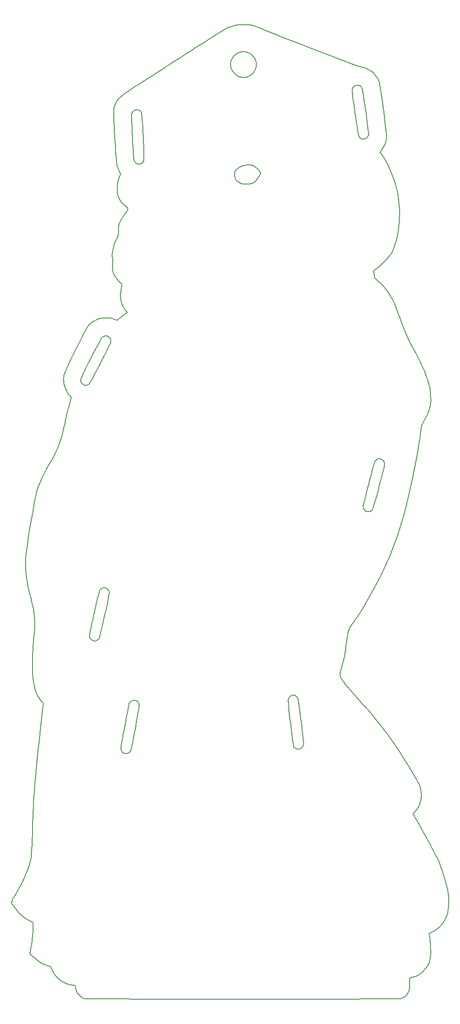
<source format=gm1>
G04 #@! TF.GenerationSoftware,KiCad,Pcbnew,(5.1.5)-3*
G04 #@! TF.CreationDate,2020-02-09T18:17:14-06:00*
G04 #@! TF.ProjectId,tymkrs_Cyphercon_2020_parrot,74796d6b-7273-45f4-9379-70686572636f,V0*
G04 #@! TF.SameCoordinates,Original*
G04 #@! TF.FileFunction,Profile,NP*
%FSLAX46Y46*%
G04 Gerber Fmt 4.6, Leading zero omitted, Abs format (unit mm)*
G04 Created by KiCad (PCBNEW (5.1.5)-3) date 2020-02-09 18:17:14*
%MOMM*%
%LPD*%
G04 APERTURE LIST*
%ADD10C,0.180000*%
G04 APERTURE END LIST*
D10*
X127500000Y-6928446D02*
X127500000Y-6928446D01*
X126936498Y-6915769D02*
X127500000Y-6928446D01*
X125941716Y-6978005D02*
X126936498Y-6915769D01*
X125020907Y-7163212D02*
X125941716Y-6978005D01*
X124111653Y-7481578D02*
X125020907Y-7163212D01*
X124100872Y-7486217D02*
X124111653Y-7481578D01*
X123871020Y-7604412D02*
X124100872Y-7486217D01*
X123494559Y-7819128D02*
X123871020Y-7604412D01*
X122990904Y-8118457D02*
X123494559Y-7819128D01*
X122379467Y-8490489D02*
X122990904Y-8118457D01*
X121679662Y-8923315D02*
X122379467Y-8490489D01*
X120910903Y-9405027D02*
X121679662Y-8923315D01*
X120092603Y-9923715D02*
X120910903Y-9405027D01*
X119244175Y-10467471D02*
X120092603Y-9923715D01*
X118666515Y-10839757D02*
X119244175Y-10467471D01*
X117693130Y-11467089D02*
X118666515Y-10839757D01*
X116694460Y-12110731D02*
X117693130Y-11467089D01*
X115702738Y-12749908D02*
X116694460Y-12110731D01*
X114750198Y-13363845D02*
X115702738Y-12749908D01*
X113869073Y-13931768D02*
X114750198Y-13363845D01*
X113091596Y-14432900D02*
X113869073Y-13931768D01*
X112502696Y-14812500D02*
X113091596Y-14432900D01*
X124632812Y-14181340D02*
X124591749Y-14812500D01*
X124850618Y-13539783D02*
X124632812Y-14181340D01*
X125187174Y-13028979D02*
X124850618Y-13539783D01*
X125675397Y-12596673D02*
X125187174Y-13028979D01*
X126253879Y-12310010D02*
X125675397Y-12596673D01*
X126887526Y-12180587D02*
X126253879Y-12310010D01*
X127541244Y-12219996D02*
X126887526Y-12180587D01*
X128179938Y-12439834D02*
X127541244Y-12219996D01*
X128649624Y-12740582D02*
X128179938Y-12439834D01*
X129106245Y-13212472D02*
X128649624Y-12740582D01*
X129414158Y-13760772D02*
X129106245Y-13212472D01*
X129573565Y-14355242D02*
X129414158Y-13760772D01*
X129584664Y-14965640D02*
X129573565Y-14355242D01*
X129447658Y-15561723D02*
X129584664Y-14965640D01*
X129162744Y-16113251D02*
X129447658Y-15561723D01*
X128730125Y-16589980D02*
X129162744Y-16113251D01*
X128150000Y-16961670D02*
X128730125Y-16589980D01*
X127539362Y-17162101D02*
X128150000Y-16961670D01*
X126914474Y-17196185D02*
X127539362Y-17162101D01*
X126323516Y-17071757D02*
X126914474Y-17196185D01*
X125786891Y-16809975D02*
X126323516Y-17071757D01*
X125325000Y-16431999D02*
X125786891Y-16809975D01*
X124958245Y-15958988D02*
X125325000Y-16431999D01*
X124707027Y-15412102D02*
X124958245Y-15958988D01*
X124591749Y-14812500D02*
X124707027Y-15412102D01*
X112450000Y-14846468D02*
X112502696Y-14812500D01*
X112157942Y-15034648D02*
X112450000Y-14846468D01*
X111355990Y-15550745D02*
X112157942Y-15034648D01*
X110450194Y-16132963D02*
X111355990Y-15550745D01*
X109486255Y-16751961D02*
X110450194Y-16132963D01*
X108509875Y-17378398D02*
X109486255Y-16751961D01*
X107566757Y-17982935D02*
X108509875Y-17378398D01*
X106702602Y-18536231D02*
X107566757Y-17982935D01*
X106089870Y-18929688D02*
X106702602Y-18536231D01*
X105244798Y-19479653D02*
X106089870Y-18929688D01*
X104814587Y-19767307D02*
X105244798Y-19479653D01*
X148318950Y-19463536D02*
X148302484Y-19767307D01*
X148403337Y-19220654D02*
X148318950Y-19463536D01*
X148592307Y-18992307D02*
X148403337Y-19220654D01*
X148625819Y-18960427D02*
X148592307Y-18992307D01*
X148987642Y-18750188D02*
X148625819Y-18960427D01*
X149401090Y-18691336D02*
X148987642Y-18750188D01*
X149792412Y-18795939D02*
X149401090Y-18691336D01*
X149898959Y-18861627D02*
X149792412Y-18795939D01*
X149995975Y-18950921D02*
X149898959Y-18861627D01*
X150082894Y-19079056D02*
X149995975Y-18950921D01*
X150163787Y-19263743D02*
X150082894Y-19079056D01*
X150242726Y-19522691D02*
X150163787Y-19263743D01*
X150323784Y-19873611D02*
X150242726Y-19522691D01*
X150411033Y-20334211D02*
X150323784Y-19873611D01*
X150508544Y-20922202D02*
X150411033Y-20334211D01*
X150620389Y-21655294D02*
X150508544Y-20922202D01*
X150750642Y-22551196D02*
X150620389Y-21655294D01*
X150903373Y-23627618D02*
X150750642Y-22551196D01*
X150970539Y-24106092D02*
X150903373Y-23627618D01*
X151093066Y-24990301D02*
X150970539Y-24106092D01*
X151204834Y-25811496D02*
X151093066Y-24990301D01*
X151302903Y-26547183D02*
X151204834Y-25811496D01*
X151384331Y-27174870D02*
X151302903Y-26547183D01*
X151446176Y-27672064D02*
X151384331Y-27174870D01*
X151485497Y-28016271D02*
X151446176Y-27672064D01*
X151499352Y-28185000D02*
X151485497Y-28016271D01*
X151494007Y-28286566D02*
X151499352Y-28185000D01*
X151399655Y-28566383D02*
X151494007Y-28286566D01*
X151160000Y-28860000D02*
X151399655Y-28566383D01*
X151086946Y-28927873D02*
X151160000Y-28860000D01*
X150707348Y-29147330D02*
X151086946Y-28927873D01*
X150313084Y-29189626D02*
X150707348Y-29147330D01*
X149944888Y-29057603D02*
X150313084Y-29189626D01*
X149643495Y-28754107D02*
X149944888Y-29057603D01*
X149641458Y-28750746D02*
X149643495Y-28754107D01*
X149592360Y-28591334D02*
X149641458Y-28750746D01*
X149521264Y-28260177D02*
X149592360Y-28591334D01*
X149431923Y-27782421D02*
X149521264Y-28260177D01*
X149328090Y-27183209D02*
X149431923Y-27782421D01*
X149213515Y-26487688D02*
X149328090Y-27183209D01*
X149091951Y-25721002D02*
X149213515Y-26487688D01*
X148967151Y-24908295D02*
X149091951Y-25721002D01*
X148842866Y-24074713D02*
X148967151Y-24908295D01*
X148722849Y-23245401D02*
X148842866Y-24074713D01*
X148610852Y-22445504D02*
X148722849Y-23245401D01*
X148510626Y-21700166D02*
X148610852Y-22445504D01*
X148425924Y-21034532D02*
X148510626Y-21700166D01*
X148360499Y-20473748D02*
X148425924Y-21034532D01*
X148318101Y-20042958D02*
X148360499Y-20473748D01*
X148302484Y-19767307D02*
X148318101Y-20042958D01*
X104543906Y-19948294D02*
X104814587Y-19767307D01*
X103970476Y-20348947D02*
X104543906Y-19948294D01*
X103507791Y-20694948D02*
X103970476Y-20348947D01*
X103139133Y-20999635D02*
X103507791Y-20694948D01*
X102847783Y-21276343D02*
X103139133Y-20999635D01*
X102617025Y-21538409D02*
X102847783Y-21276343D01*
X102430141Y-21799169D02*
X102617025Y-21538409D01*
X102270413Y-22071960D02*
X102430141Y-21799169D01*
X102208691Y-22188315D02*
X102270413Y-22071960D01*
X102087751Y-22430729D02*
X102208691Y-22188315D01*
X101988196Y-22666876D02*
X102087751Y-22430729D01*
X101909298Y-22915465D02*
X101988196Y-22666876D01*
X101850329Y-23195208D02*
X101909298Y-22915465D01*
X101810562Y-23524816D02*
X101850329Y-23195208D01*
X101789268Y-23922999D02*
X101810562Y-23524816D01*
X101785720Y-24408469D02*
X101789268Y-23922999D01*
X101798448Y-24967307D02*
X101785720Y-24408469D01*
X105303691Y-24584802D02*
X105301737Y-24967307D01*
X105320568Y-24287839D02*
X105303691Y-24584802D01*
X105365588Y-24091983D02*
X105320568Y-24287839D01*
X105451814Y-23944413D02*
X105365588Y-24091983D01*
X105592307Y-23792307D02*
X105451814Y-23944413D01*
X105618566Y-23767042D02*
X105592307Y-23792307D01*
X105983683Y-23551080D02*
X105618566Y-23767042D01*
X106402996Y-23492696D02*
X105983683Y-23551080D01*
X106805539Y-23602964D02*
X106402996Y-23492696D01*
X106846319Y-23625655D02*
X106805539Y-23602964D01*
X106960728Y-23705969D02*
X106846319Y-23625655D01*
X107056249Y-23814475D02*
X106960728Y-23705969D01*
X107135931Y-23970243D02*
X107056249Y-23814475D01*
X107202823Y-24192341D02*
X107135931Y-23970243D01*
X107259974Y-24499840D02*
X107202823Y-24192341D01*
X107310434Y-24911809D02*
X107259974Y-24499840D01*
X107357251Y-25447316D02*
X107310434Y-24911809D01*
X107403474Y-26125433D02*
X107357251Y-25447316D01*
X107452153Y-26965227D02*
X107403474Y-26125433D01*
X107506337Y-27985769D02*
X107452153Y-26965227D01*
X107537038Y-28580847D02*
X107506337Y-27985769D01*
X107591991Y-29673570D02*
X107537038Y-28580847D01*
X107635244Y-30591096D02*
X107591991Y-29673570D01*
X107666751Y-31349923D02*
X107635244Y-30591096D01*
X107686464Y-31966550D02*
X107666751Y-31349923D01*
X107694340Y-32457477D02*
X107686464Y-31966550D01*
X107690330Y-32839202D02*
X107694340Y-32457477D01*
X107674390Y-33128225D02*
X107690330Y-32839202D01*
X107646472Y-33341043D02*
X107674390Y-33128225D01*
X107606532Y-33494158D02*
X107646472Y-33341043D01*
X107554522Y-33604067D02*
X107606532Y-33494158D01*
X107490397Y-33687269D02*
X107554522Y-33604067D01*
X107288532Y-33860495D02*
X107490397Y-33687269D01*
X107033887Y-34006126D02*
X107288532Y-33860495D01*
X106818866Y-34075233D02*
X107033887Y-34006126D01*
X106578747Y-34080985D02*
X106818866Y-34075233D01*
X106309639Y-33973525D02*
X106578747Y-34080985D01*
X106305464Y-33971379D02*
X106309639Y-33973525D01*
X106157401Y-33891856D02*
X106305464Y-33971379D01*
X106035085Y-33807014D02*
X106157401Y-33891856D01*
X105934911Y-33697412D02*
X106035085Y-33807014D01*
X105853273Y-33543608D02*
X105934911Y-33697412D01*
X105786568Y-33326160D02*
X105853273Y-33543608D01*
X105731191Y-33025627D02*
X105786568Y-33326160D01*
X105683537Y-32622567D02*
X105731191Y-33025627D01*
X105640002Y-32097540D02*
X105683537Y-32622567D01*
X105596981Y-31431102D02*
X105640002Y-32097540D01*
X105550870Y-30603813D02*
X105596981Y-31431102D01*
X105498063Y-29596231D02*
X105550870Y-30603813D01*
X105456225Y-28770902D02*
X105498063Y-29596231D01*
X105414531Y-27905683D02*
X105456225Y-28770902D01*
X105377563Y-27094001D02*
X105414531Y-27905683D01*
X105346559Y-26365090D02*
X105377563Y-27094001D01*
X105322760Y-25748182D02*
X105346559Y-26365090D01*
X105307406Y-25272510D02*
X105322760Y-25748182D01*
X105301737Y-24967307D02*
X105307406Y-25272510D01*
X101799191Y-24999937D02*
X101798448Y-24967307D01*
X101828951Y-25716113D02*
X101799191Y-24999937D01*
X101874274Y-26575708D02*
X101828951Y-25716113D01*
X101934431Y-27597433D02*
X101874274Y-26575708D01*
X102008694Y-28800000D02*
X101934431Y-27597433D01*
X102071535Y-29784129D02*
X102008694Y-28800000D01*
X102134324Y-30724561D02*
X102071535Y-29784129D01*
X102195314Y-31597939D02*
X102134324Y-30724561D01*
X102252840Y-32382163D02*
X102195314Y-31597939D01*
X102305233Y-33055134D02*
X102252840Y-32382163D01*
X102350826Y-33594751D02*
X102305233Y-33055134D01*
X102387954Y-33978916D02*
X102350826Y-33594751D01*
X102414948Y-34185529D02*
X102387954Y-33978916D01*
X102492913Y-34482536D02*
X102414948Y-34185529D01*
X102651475Y-34923357D02*
X102492913Y-34482536D01*
X102839662Y-35337116D02*
X102651475Y-34923357D01*
X103127969Y-35890236D02*
X102839662Y-35337116D01*
X125421347Y-35477220D02*
X125337399Y-35890236D01*
X125663229Y-35116648D02*
X125421347Y-35477220D01*
X126077012Y-34788364D02*
X125663229Y-35116648D01*
X126676666Y-34472209D02*
X126077012Y-34788364D01*
X126927199Y-34385733D02*
X126676666Y-34472209D01*
X127371373Y-34299402D02*
X126927199Y-34385733D01*
X127871542Y-34254043D02*
X127371373Y-34299402D01*
X128365289Y-34251890D02*
X127871542Y-34254043D01*
X128790197Y-34295174D02*
X128365289Y-34251890D01*
X129083847Y-34386127D02*
X128790197Y-34295174D01*
X129453347Y-34639117D02*
X129083847Y-34386127D01*
X129810479Y-34966128D02*
X129453347Y-34639117D01*
X130112645Y-35320014D02*
X129810479Y-34966128D01*
X130321824Y-35656178D02*
X130112645Y-35320014D01*
X130400000Y-35930024D02*
X130321824Y-35656178D01*
X130384737Y-35983380D02*
X130400000Y-35930024D01*
X130276740Y-36185665D02*
X130384737Y-35983380D01*
X130087870Y-36481070D02*
X130276740Y-36185665D01*
X129845056Y-36826110D02*
X130087870Y-36481070D01*
X129665831Y-37063558D02*
X129845056Y-36826110D01*
X129379592Y-37397531D02*
X129665831Y-37063558D01*
X129127703Y-37614115D02*
X129379592Y-37397531D01*
X128870056Y-37751372D02*
X129127703Y-37614115D01*
X128561464Y-37841502D02*
X128870056Y-37751372D01*
X128138688Y-37919495D02*
X128561464Y-37841502D01*
X127700000Y-37966155D02*
X128138688Y-37919495D01*
X127338768Y-37981245D02*
X127700000Y-37966155D01*
X127014637Y-37963931D02*
X127338768Y-37981245D01*
X126738161Y-37895059D02*
X127014637Y-37963931D01*
X126426848Y-37761360D02*
X126738161Y-37895059D01*
X126172327Y-37621679D02*
X126426848Y-37761360D01*
X125812593Y-37313208D02*
X126172327Y-37621679D01*
X125561692Y-36898323D02*
X125812593Y-37313208D01*
X125387392Y-36332724D02*
X125561692Y-36898323D01*
X125337399Y-35890236D02*
X125387392Y-36332724D01*
X103160774Y-35953174D02*
X103127969Y-35890236D01*
X102943118Y-36515094D02*
X103160774Y-35953174D01*
X102681678Y-37302476D02*
X102943118Y-36515094D01*
X102482971Y-38318467D02*
X102681678Y-37302476D01*
X102460768Y-39269869D02*
X102482971Y-38318467D01*
X102613260Y-40147736D02*
X102460768Y-39269869D01*
X102938644Y-40943117D02*
X102613260Y-40147736D01*
X103435111Y-41647064D02*
X102938644Y-40943117D01*
X104100857Y-42250629D02*
X103435111Y-41647064D01*
X104376443Y-42462158D02*
X104100857Y-42250629D01*
X104521895Y-42614661D02*
X104376443Y-42462158D01*
X104566200Y-42756182D02*
X104521895Y-42614661D01*
X104541878Y-42937357D02*
X104566200Y-42756182D01*
X104463888Y-43130476D02*
X104541878Y-42937357D01*
X104277933Y-43431219D02*
X104463888Y-43130476D01*
X104035498Y-43737092D02*
X104277933Y-43431219D01*
X103962649Y-43822762D02*
X104035498Y-43737092D01*
X103698025Y-44185797D02*
X103962649Y-43822762D01*
X103418569Y-44630369D02*
X103698025Y-44185797D01*
X103173851Y-45079265D02*
X103418569Y-44630369D01*
X103109768Y-45208997D02*
X103173851Y-45079265D01*
X102938715Y-45572580D02*
X103109768Y-45208997D01*
X102831673Y-45861098D02*
X102938715Y-45572580D01*
X102772602Y-46143316D02*
X102831673Y-45861098D01*
X102745458Y-46488001D02*
X102772602Y-46143316D01*
X102734200Y-46963919D02*
X102745458Y-46488001D01*
X102722689Y-47432343D02*
X102734200Y-46963919D01*
X102696812Y-47775750D02*
X102722689Y-47432343D01*
X102645041Y-48033157D02*
X102696812Y-47775750D01*
X102555561Y-48262508D02*
X102645041Y-48033157D01*
X102416557Y-48521746D02*
X102555561Y-48262508D01*
X102236819Y-48863997D02*
X102416557Y-48521746D01*
X101935965Y-49591625D02*
X102236819Y-48863997D01*
X101709320Y-50357745D02*
X101935965Y-49591625D01*
X101567692Y-51112260D02*
X101709320Y-50357745D01*
X101521891Y-51805079D02*
X101567692Y-51112260D01*
X101582726Y-52386106D02*
X101521891Y-51805079D01*
X101633026Y-52822641D02*
X101582726Y-52386106D01*
X101574215Y-53411106D02*
X101633026Y-52822641D01*
X101531047Y-53714827D02*
X101574215Y-53411106D01*
X101549473Y-54525834D02*
X101531047Y-53714827D01*
X101764271Y-55312741D02*
X101549473Y-54525834D01*
X102173234Y-56069336D02*
X101764271Y-55312741D01*
X102774157Y-56789409D02*
X102173234Y-56069336D01*
X103410300Y-57428819D02*
X102774157Y-56789409D01*
X103255150Y-58332031D02*
X103410300Y-57428819D01*
X103145779Y-59094499D02*
X103255150Y-58332031D01*
X103108027Y-59730893D02*
X103145779Y-59094499D01*
X103142650Y-60291577D02*
X103108027Y-59730893D01*
X103249523Y-60832040D02*
X103142650Y-60291577D01*
X103336779Y-61134147D02*
X103249523Y-60832040D01*
X103661215Y-61904165D02*
X103336779Y-61134147D01*
X104102664Y-62537756D02*
X103661215Y-61904165D01*
X104404101Y-62881073D02*
X104102664Y-62537756D01*
X103428699Y-63692275D02*
X104404101Y-62881073D01*
X103158865Y-63912350D02*
X103428699Y-63692275D01*
X102742252Y-64227065D02*
X103158865Y-63912350D01*
X102454928Y-64404093D02*
X102742252Y-64227065D01*
X102301648Y-64440281D02*
X102454928Y-64404093D01*
X101923321Y-64288036D02*
X102301648Y-64440281D01*
X101457876Y-64130395D02*
X101923321Y-64288036D01*
X101040345Y-64042272D02*
X101457876Y-64130395D01*
X100593695Y-64009242D02*
X101040345Y-64042272D01*
X100040892Y-64016875D02*
X100593695Y-64009242D01*
X99621514Y-64036201D02*
X100040892Y-64016875D01*
X99249690Y-64072587D02*
X99621514Y-64036201D01*
X98948253Y-64139074D02*
X99249690Y-64072587D01*
X98646840Y-64252038D02*
X98948253Y-64139074D01*
X98275087Y-64427855D02*
X98646840Y-64252038D01*
X98136244Y-64497410D02*
X98275087Y-64427855D01*
X97837631Y-64658462D02*
X98136244Y-64497410D01*
X97571991Y-64828150D02*
X97837631Y-64658462D01*
X97327386Y-65023647D02*
X97571991Y-64828150D01*
X97091877Y-65262127D02*
X97327386Y-65023647D01*
X96853526Y-65560764D02*
X97091877Y-65262127D01*
X96600394Y-65936729D02*
X96853526Y-65560764D01*
X96320544Y-66407197D02*
X96600394Y-65936729D01*
X96002037Y-66989342D02*
X96320544Y-66407197D01*
X95632934Y-67700336D02*
X96002037Y-66989342D01*
X95201298Y-68557353D02*
X95632934Y-67700336D01*
X94695189Y-69577567D02*
X95201298Y-68557353D01*
X94466316Y-70040930D02*
X94695189Y-69577567D01*
X93962762Y-71062873D02*
X94466316Y-70040930D01*
X93538545Y-71928922D02*
X93962762Y-71062873D01*
X93186359Y-72655363D02*
X93538545Y-71928922D01*
X92898895Y-73258485D02*
X93186359Y-72655363D01*
X92668848Y-73754578D02*
X92898895Y-73258485D01*
X92488909Y-74159928D02*
X92668848Y-73754578D01*
X92351771Y-74490826D02*
X92488909Y-74159928D01*
X92250127Y-74763558D02*
X92351771Y-74490826D01*
X92176669Y-74994413D02*
X92250127Y-74763558D01*
X92124090Y-75199681D02*
X92176669Y-74994413D01*
X92085084Y-75395649D02*
X92124090Y-75199681D01*
X92037639Y-76004338D02*
X92085084Y-75395649D01*
X92064249Y-76262112D02*
X92037639Y-76004338D01*
X95384975Y-76047674D02*
X95360088Y-76262112D01*
X95462777Y-75769680D02*
X95384975Y-76047674D01*
X95598995Y-75411800D02*
X95462777Y-75769680D01*
X95799132Y-74957699D02*
X95598995Y-75411800D01*
X96068687Y-74391047D02*
X95799132Y-74957699D01*
X96413164Y-73695512D02*
X96068687Y-74391047D01*
X96838064Y-72854760D02*
X96413164Y-73695512D01*
X97348888Y-71852460D02*
X96838064Y-72854760D01*
X97615556Y-71332276D02*
X97348888Y-71852460D01*
X98028678Y-70535349D02*
X97615556Y-71332276D01*
X98415465Y-69799835D02*
X98028678Y-70535349D01*
X98765328Y-69145276D02*
X98415465Y-69799835D01*
X99067678Y-68591215D02*
X98765328Y-69145276D01*
X99311928Y-68157196D02*
X99067678Y-68591215D01*
X99487488Y-67862764D02*
X99311928Y-68157196D01*
X99583770Y-67727460D02*
X99487488Y-67862764D01*
X99903185Y-67548385D02*
X99583770Y-67727460D01*
X100314345Y-67504720D02*
X99903185Y-67548385D01*
X100740475Y-67613855D02*
X100314345Y-67504720D01*
X100892384Y-67715803D02*
X100740475Y-67613855D01*
X101113590Y-68001259D02*
X100892384Y-67715803D01*
X101246457Y-68351867D02*
X101113590Y-68001259D01*
X101250636Y-68683065D02*
X101246457Y-68351867D01*
X101221790Y-68765851D02*
X101250636Y-68683065D01*
X101105653Y-69032107D02*
X101221790Y-68765851D01*
X100915498Y-69435310D02*
X101105653Y-69032107D01*
X100662992Y-69952896D02*
X100915498Y-69435310D01*
X100359801Y-70562301D02*
X100662992Y-69952896D01*
X100017593Y-71240961D02*
X100359801Y-70562301D01*
X99648033Y-71966313D02*
X100017593Y-71240961D01*
X99262790Y-72715793D02*
X99648033Y-71966313D01*
X98873529Y-73466835D02*
X99262790Y-72715793D01*
X98491918Y-74196877D02*
X98873529Y-73466835D01*
X98129622Y-74883355D02*
X98491918Y-74196877D01*
X97798310Y-75503705D02*
X98129622Y-74883355D01*
X97509648Y-76035362D02*
X97798310Y-75503705D01*
X97275303Y-76455762D02*
X97509648Y-76035362D01*
X97106941Y-76742343D02*
X97275303Y-76455762D01*
X97016229Y-76872539D02*
X97106941Y-76742343D01*
X96844949Y-76996934D02*
X97016229Y-76872539D01*
X96464964Y-77105710D02*
X96844949Y-76996934D01*
X96060428Y-77042739D02*
X96464964Y-77105710D01*
X95678850Y-76810233D02*
X96060428Y-77042739D01*
X95547901Y-76687417D02*
X95678850Y-76810233D01*
X95447053Y-76565652D02*
X95547901Y-76687417D01*
X95382614Y-76429327D02*
X95447053Y-76565652D01*
X95360088Y-76262112D02*
X95382614Y-76429327D01*
X92120156Y-76803706D02*
X92064249Y-76262112D01*
X92342479Y-77603513D02*
X92120156Y-76803706D01*
X92687677Y-78346263D02*
X92342479Y-77603513D01*
X93138820Y-78974457D02*
X92687677Y-78346263D01*
X93276331Y-79135682D02*
X93138820Y-78974457D01*
X93437275Y-79357025D02*
X93276331Y-79135682D01*
X93500000Y-79493302D02*
X93437275Y-79357025D01*
X93494617Y-79536721D02*
X93500000Y-79493302D01*
X93447408Y-79750006D02*
X93494617Y-79536721D01*
X93362027Y-80081763D02*
X93447408Y-79750006D01*
X93251266Y-80481182D02*
X93362027Y-80081763D01*
X93245034Y-80503133D02*
X93251266Y-80481182D01*
X93154010Y-80846232D02*
X93245034Y-80503133D01*
X93028962Y-81346683D02*
X93154010Y-80846232D01*
X92878221Y-81969672D02*
X93028962Y-81346683D01*
X92710119Y-82680380D02*
X92878221Y-81969672D01*
X92532989Y-83443993D02*
X92710119Y-82680380D01*
X92355161Y-84225695D02*
X92532989Y-83443993D01*
X92295108Y-84491647D02*
X92355161Y-84225695D01*
X92036759Y-85608817D02*
X92295108Y-84491647D01*
X91799816Y-86570020D02*
X92036759Y-85608817D01*
X91571589Y-87408634D02*
X91799816Y-86570020D01*
X91339387Y-88158033D02*
X91571589Y-87408634D01*
X91090520Y-88851595D02*
X91339387Y-88158033D01*
X90812298Y-89522694D02*
X91090520Y-88851595D01*
X90492030Y-90204709D02*
X90812298Y-89522694D01*
X90117026Y-90931013D02*
X90492030Y-90204709D01*
X89674596Y-91734985D02*
X90117026Y-90931013D01*
X89152048Y-92650000D02*
X89674596Y-91734985D01*
X88521572Y-93774263D02*
X89152048Y-92650000D01*
X87948083Y-94883537D02*
X88521572Y-93774263D01*
X87477620Y-95910340D02*
X87948083Y-94883537D01*
X87096184Y-96890928D02*
X87477620Y-95910340D01*
X86789778Y-97861556D02*
X87096184Y-96890928D01*
X86544405Y-98858481D02*
X86789778Y-97861556D01*
X86346067Y-99917959D02*
X86544405Y-98858481D01*
X86277849Y-100330222D02*
X86346067Y-99917959D01*
X86213755Y-100708920D02*
X86277849Y-100330222D01*
X150415986Y-100600394D02*
X150400000Y-100708920D01*
X150478758Y-100310522D02*
X150415986Y-100600394D01*
X150583018Y-99873056D02*
X150478758Y-100310522D01*
X150722271Y-99312382D02*
X150583018Y-99873056D01*
X150890024Y-98652885D02*
X150722271Y-99312382D01*
X151079783Y-97918948D02*
X150890024Y-98652885D01*
X151285054Y-97134958D02*
X151079783Y-97918948D01*
X151499344Y-96325299D02*
X151285054Y-97134958D01*
X151716159Y-95514357D02*
X151499344Y-96325299D01*
X151929005Y-94726517D02*
X151716159Y-95514357D01*
X152131389Y-93986163D02*
X151929005Y-94726517D01*
X152316816Y-93317680D02*
X152131389Y-93986163D01*
X152478793Y-92745454D02*
X152316816Y-93317680D01*
X152610826Y-92293870D02*
X152478793Y-92745454D01*
X152706422Y-91987312D02*
X152610826Y-92293870D01*
X152759086Y-91850166D02*
X152706422Y-91987312D01*
X152932599Y-91665234D02*
X152759086Y-91850166D01*
X153247131Y-91476113D02*
X152932599Y-91665234D01*
X153564592Y-91400000D02*
X153247131Y-91476113D01*
X153697928Y-91416786D02*
X153564592Y-91400000D01*
X154012395Y-91540040D02*
X153697928Y-91416786D01*
X154304308Y-91738666D02*
X154012395Y-91540040D01*
X154486144Y-91959524D02*
X154304308Y-91738666D01*
X154556155Y-92171249D02*
X154486144Y-91959524D01*
X154599369Y-92479705D02*
X154556155Y-92171249D01*
X154590193Y-92549087D02*
X154599369Y-92479705D01*
X154536852Y-92806710D02*
X154590193Y-92549087D01*
X154440517Y-93223417D02*
X154536852Y-92806710D01*
X154306452Y-93777852D02*
X154440517Y-93223417D01*
X154139924Y-94448658D02*
X154306452Y-93777852D01*
X153946200Y-95214476D02*
X154139924Y-94448658D01*
X153730543Y-96053952D02*
X153946200Y-95214476D01*
X153498221Y-96945726D02*
X153730543Y-96053952D01*
X153344592Y-97530322D02*
X153498221Y-96945726D01*
X153096589Y-98466780D02*
X153344592Y-97530322D01*
X152889340Y-99236346D02*
X153096589Y-98466780D01*
X152717492Y-99856524D02*
X152889340Y-99236346D01*
X152575693Y-100344819D02*
X152717492Y-99856524D01*
X152458593Y-100718737D02*
X152575693Y-100344819D01*
X152360839Y-100995781D02*
X152458593Y-100718737D01*
X152277080Y-101193458D02*
X152360839Y-100995781D01*
X152201965Y-101329271D02*
X152277080Y-101193458D01*
X152130142Y-101420726D02*
X152201965Y-101329271D01*
X152046909Y-101501871D02*
X152130142Y-101420726D01*
X151790467Y-101657190D02*
X152046909Y-101501871D01*
X151456290Y-101696959D02*
X151790467Y-101657190D01*
X151386522Y-101695044D02*
X151456290Y-101696959D01*
X151086039Y-101658803D02*
X151386522Y-101695044D01*
X150874997Y-101591988D02*
X151086039Y-101658803D01*
X150815083Y-101548960D02*
X150874997Y-101591988D01*
X150618672Y-101311202D02*
X150815083Y-101548960D01*
X150463215Y-100999406D02*
X150618672Y-101311202D01*
X150400000Y-100708920D02*
X150463215Y-100999406D01*
X86167656Y-100981298D02*
X86213755Y-100708920D01*
X86036400Y-101745228D02*
X86167656Y-100981298D01*
X85892109Y-102575597D02*
X86036400Y-101745228D01*
X85742815Y-103425992D02*
X85892109Y-102575597D01*
X85596548Y-104250000D02*
X85742815Y-103425992D01*
X85518883Y-104686934D02*
X85596548Y-104250000D01*
X85255509Y-106214949D02*
X85518883Y-104686934D01*
X85037678Y-107579044D02*
X85255509Y-106214949D01*
X84865553Y-108803607D02*
X85037678Y-107579044D01*
X84739301Y-109913030D02*
X84865553Y-108803607D01*
X84659086Y-110931701D02*
X84739301Y-109913030D01*
X84625073Y-111884010D02*
X84659086Y-110931701D01*
X84637426Y-112794346D02*
X84625073Y-111884010D01*
X84696310Y-113687100D02*
X84637426Y-112794346D01*
X84801891Y-114586660D02*
X84696310Y-113687100D01*
X84954332Y-115517417D02*
X84801891Y-114586660D01*
X85153799Y-116503760D02*
X84954332Y-115517417D01*
X85400457Y-117570078D02*
X85153799Y-116503760D01*
X85694470Y-118740762D02*
X85400457Y-117570078D01*
X85757899Y-118989475D02*
X85694470Y-118740762D01*
X85912666Y-119619087D02*
X85757899Y-118989475D01*
X86056925Y-120235145D02*
X85912666Y-119619087D01*
X86176870Y-120777785D02*
X86056925Y-120235145D01*
X86258693Y-121187147D02*
X86176870Y-120777785D01*
X86266595Y-121231934D02*
X86258693Y-121187147D01*
X86366605Y-122072254D02*
X86266595Y-121231934D01*
X86408263Y-123083427D02*
X86366605Y-122072254D01*
X86391813Y-124246247D02*
X86408263Y-123083427D01*
X86317497Y-125541507D02*
X86391813Y-124246247D01*
X86280161Y-125940081D02*
X86317497Y-125541507D01*
X97090180Y-125764937D02*
X97080343Y-125940081D01*
X97121590Y-125524443D02*
X97090180Y-125764937D01*
X97177863Y-125200082D02*
X97121590Y-125524443D01*
X97262288Y-124773338D02*
X97177863Y-125200082D01*
X97378154Y-124225695D02*
X97262288Y-124773338D01*
X97528749Y-123538635D02*
X97378154Y-124225695D01*
X97717364Y-122693644D02*
X97528749Y-123538635D01*
X97947286Y-121672205D02*
X97717364Y-122693644D01*
X98065889Y-121148914D02*
X97947286Y-121672205D01*
X98266866Y-120273791D02*
X98065889Y-121148914D01*
X98456521Y-119462082D02*
X98266866Y-120273791D01*
X98629531Y-118735764D02*
X98456521Y-119462082D01*
X98780576Y-118116812D02*
X98629531Y-118735764D01*
X98904333Y-117627201D02*
X98780576Y-118116812D01*
X98995482Y-117288907D02*
X98904333Y-117627201D01*
X99048700Y-117123904D02*
X98995482Y-117288907D01*
X99145631Y-116962729D02*
X99048700Y-117123904D01*
X99435543Y-116697750D02*
X99145631Y-116962729D01*
X99793075Y-116544623D02*
X99435543Y-116697750D01*
X100148059Y-116540577D02*
X99793075Y-116544623D01*
X100158662Y-116543330D02*
X100148059Y-116540577D01*
X100496487Y-116716257D02*
X100158662Y-116543330D01*
X100787132Y-117005229D02*
X100496487Y-116716257D01*
X100955476Y-117336219D02*
X100787132Y-117005229D01*
X100953563Y-117435909D02*
X100955476Y-117336219D01*
X100913718Y-117719845D02*
X100953563Y-117435909D01*
X100836538Y-118154969D02*
X100913718Y-117719845D01*
X100727500Y-118716751D02*
X100836538Y-118154969D01*
X100592084Y-119380664D02*
X100727500Y-118716751D01*
X100435771Y-120122178D02*
X100592084Y-119380664D01*
X100264038Y-120916766D02*
X100435771Y-120122178D01*
X100082366Y-121739898D02*
X100264038Y-120916766D01*
X99896234Y-122567046D02*
X100082366Y-121739898D01*
X99711122Y-123373682D02*
X99896234Y-122567046D01*
X99532508Y-124135276D02*
X99711122Y-123373682D01*
X99365873Y-124827301D02*
X99532508Y-124135276D01*
X99216695Y-125425227D02*
X99365873Y-124827301D01*
X99090453Y-125904526D02*
X99216695Y-125425227D01*
X98992628Y-126240670D02*
X99090453Y-125904526D01*
X98928699Y-126409129D02*
X98992628Y-126240670D01*
X98753805Y-126625407D02*
X98928699Y-126409129D01*
X98528767Y-126791478D02*
X98753805Y-126625407D01*
X98156624Y-126894915D02*
X98528767Y-126791478D01*
X97741313Y-126846237D02*
X98156624Y-126894915D01*
X97390520Y-126621615D02*
X97741313Y-126846237D01*
X97136927Y-126234136D02*
X97390520Y-126621615D01*
X97112233Y-126168380D02*
X97136927Y-126234136D01*
X97088790Y-126068390D02*
X97112233Y-126168380D01*
X97080343Y-125940081D02*
X97088790Y-126068390D01*
X86185560Y-126950000D02*
X86280161Y-125940081D01*
X86067385Y-128217122D02*
X86185560Y-126950000D01*
X85987426Y-129508522D02*
X86067385Y-128217122D01*
X85946762Y-130779590D02*
X85987426Y-129508522D01*
X85945426Y-131995181D02*
X85946762Y-130779590D01*
X85983454Y-133120145D02*
X85945426Y-131995181D01*
X86060878Y-134119337D02*
X85983454Y-133120145D01*
X86177735Y-134957609D02*
X86060878Y-134119337D01*
X86293234Y-135547598D02*
X86177735Y-134957609D01*
X86493467Y-136377510D02*
X86293234Y-135547598D01*
X86718448Y-137061143D02*
X86493467Y-136377510D01*
X86982084Y-137631903D02*
X86718448Y-137061143D01*
X87298284Y-138123197D02*
X86982084Y-137631903D01*
X87680953Y-138568430D02*
X87298284Y-138123197D01*
X88076302Y-138975809D02*
X87680953Y-138568430D01*
X87939247Y-140212904D02*
X88076302Y-138975809D01*
X87763662Y-141802680D02*
X87939247Y-140212904D01*
X87525276Y-143980833D02*
X87763662Y-141802680D01*
X87309244Y-145982791D02*
X87525276Y-143980833D01*
X87118856Y-147780059D02*
X87309244Y-145982791D01*
X103202178Y-147744997D02*
X103200000Y-147780059D01*
X103232281Y-147520491D02*
X103202178Y-147744997D01*
X103294046Y-147134519D02*
X103232281Y-147520491D01*
X103382722Y-146612680D02*
X103294046Y-147134519D01*
X103493556Y-145980577D02*
X103382722Y-146612680D01*
X103621799Y-145263808D02*
X103493556Y-145980577D01*
X103762697Y-144487974D02*
X103621799Y-145263808D01*
X103911500Y-143678676D02*
X103762697Y-144487974D01*
X104063457Y-142861513D02*
X103911500Y-143678676D01*
X104213814Y-142062087D02*
X104063457Y-142861513D01*
X104357822Y-141305997D02*
X104213814Y-142062087D01*
X104490729Y-140618845D02*
X104357822Y-141305997D01*
X104607783Y-140026229D02*
X104490729Y-140618845D01*
X104704232Y-139553751D02*
X104607783Y-140026229D01*
X104775325Y-139227012D02*
X104704232Y-139553751D01*
X104816311Y-139071610D02*
X104775325Y-139227012D01*
X104921858Y-138867903D02*
X104816311Y-139071610D01*
X105206017Y-138579050D02*
X104921858Y-138867903D01*
X105558296Y-138427490D02*
X105206017Y-138579050D01*
X105934283Y-138411301D02*
X105558296Y-138427490D01*
X106289566Y-138528559D02*
X105934283Y-138411301D01*
X106332569Y-138565429D02*
X106289566Y-138528559D01*
X135802181Y-138500149D02*
X135801068Y-138565429D01*
X135901118Y-138035719D02*
X135802181Y-138500149D01*
X136150008Y-137687887D02*
X135901118Y-138035719D01*
X136534572Y-137477827D02*
X136150008Y-137687887D01*
X136714512Y-137430743D02*
X136534572Y-137477827D01*
X136956690Y-137419059D02*
X136714512Y-137430743D01*
X137176540Y-137505798D02*
X136956690Y-137419059D01*
X137262323Y-137555259D02*
X137176540Y-137505798D01*
X137390371Y-137639449D02*
X137262323Y-137555259D01*
X137498985Y-137739169D02*
X137390371Y-137639449D01*
X137592425Y-137872730D02*
X137498985Y-137739169D01*
X137674948Y-138058446D02*
X137592425Y-137872730D01*
X137750814Y-138314629D02*
X137674948Y-138058446D01*
X137824280Y-138659592D02*
X137750814Y-138314629D01*
X137899606Y-139111647D02*
X137824280Y-138659592D01*
X137981049Y-139689107D02*
X137899606Y-139111647D01*
X138072868Y-140410284D02*
X137981049Y-139689107D01*
X138179322Y-141293492D02*
X138072868Y-140410284D01*
X138304670Y-142357043D02*
X138179322Y-141293492D01*
X138355703Y-142793523D02*
X138304670Y-142357043D01*
X138458022Y-143680826D02*
X138355703Y-142793523D01*
X138551461Y-144507283D02*
X138458022Y-143680826D01*
X138633537Y-145249938D02*
X138551461Y-144507283D01*
X138701766Y-145885835D02*
X138633537Y-145249938D01*
X138753667Y-146392019D02*
X138701766Y-145885835D01*
X138786756Y-146745533D02*
X138753667Y-146392019D01*
X138798551Y-146923422D02*
X138786756Y-146745533D01*
X138741275Y-147268167D02*
X138798551Y-146923422D01*
X138525000Y-147601895D02*
X138741275Y-147268167D01*
X138365337Y-147749439D02*
X138525000Y-147601895D01*
X137983740Y-147933900D02*
X138365337Y-147749439D01*
X137582263Y-147946454D02*
X137983740Y-147933900D01*
X137207237Y-147790849D02*
X137582263Y-147946454D01*
X136904992Y-147470833D02*
X137207237Y-147790849D01*
X136897891Y-147453717D02*
X136904992Y-147470833D01*
X136858245Y-147271755D02*
X136897891Y-147453717D01*
X136800377Y-146922718D02*
X136858245Y-147271755D01*
X136727389Y-146431625D02*
X136800377Y-146922718D01*
X136642381Y-145823497D02*
X136727389Y-146431625D01*
X136548456Y-145123352D02*
X136642381Y-145823497D01*
X136448715Y-144356211D02*
X136548456Y-145123352D01*
X136346259Y-143547095D02*
X136448715Y-144356211D01*
X136244190Y-142721023D02*
X136346259Y-143547095D01*
X136145610Y-141903014D02*
X136244190Y-142721023D01*
X136053619Y-141118090D02*
X136145610Y-141903014D01*
X135971320Y-140391270D02*
X136053619Y-141118090D01*
X135901814Y-139747574D02*
X135971320Y-140391270D01*
X135848202Y-139212021D02*
X135901814Y-139747574D01*
X135813587Y-138809633D02*
X135848202Y-139212021D01*
X135801068Y-138565429D02*
X135813587Y-138809633D01*
X106579734Y-138777345D02*
X106332569Y-138565429D01*
X106760375Y-139155735D02*
X106579734Y-138777345D01*
X106762879Y-139208736D02*
X106760375Y-139155735D01*
X106741343Y-139449266D02*
X106762879Y-139208736D01*
X106688200Y-139848675D02*
X106741343Y-139449266D01*
X106607905Y-140382046D02*
X106688200Y-139848675D01*
X106504917Y-141024463D02*
X106607905Y-140382046D01*
X106383694Y-141751009D02*
X106504917Y-141024463D01*
X106248692Y-142536768D02*
X106383694Y-141751009D01*
X106104370Y-143356823D02*
X106248692Y-142536768D01*
X105955185Y-144186257D02*
X106104370Y-143356823D01*
X105805595Y-145000155D02*
X105955185Y-144186257D01*
X105660057Y-145773598D02*
X105805595Y-145000155D01*
X105523028Y-146481672D02*
X105660057Y-145773598D01*
X105398967Y-147099458D02*
X105523028Y-146481672D01*
X105292332Y-147602041D02*
X105398967Y-147099458D01*
X105207578Y-147964504D02*
X105292332Y-147602041D01*
X105149165Y-148161930D02*
X105207578Y-147964504D01*
X104993822Y-148425542D02*
X105149165Y-148161930D01*
X104788312Y-148636930D02*
X104993822Y-148425542D01*
X104704158Y-148685512D02*
X104788312Y-148636930D01*
X104363837Y-148779516D02*
X104704158Y-148685512D01*
X103985657Y-148783412D02*
X104363837Y-148779516D01*
X103674997Y-148691988D02*
X103985657Y-148783412D01*
X103620328Y-148653693D02*
X103674997Y-148691988D01*
X103419136Y-148413040D02*
X103620328Y-148653693D01*
X103262865Y-148090799D02*
X103419136Y-148413040D01*
X103200000Y-147780059D02*
X103262865Y-148090799D01*
X87114431Y-147821839D02*
X87118856Y-147780059D01*
X86939702Y-149511265D02*
X87114431Y-147821839D01*
X86783920Y-151064354D02*
X86939702Y-149511265D01*
X86645951Y-152494393D02*
X86783920Y-151064354D01*
X86524659Y-153814669D02*
X86645951Y-152494393D01*
X86418909Y-155038466D02*
X86524659Y-153814669D01*
X86327565Y-156179072D02*
X86418909Y-155038466D01*
X86249492Y-157249773D02*
X86327565Y-156179072D01*
X86183554Y-158263855D02*
X86249492Y-157249773D01*
X86128616Y-159234604D02*
X86183554Y-158263855D01*
X86083543Y-160175307D02*
X86128616Y-159234604D01*
X86047198Y-161099249D02*
X86083543Y-160175307D01*
X86018448Y-162019718D02*
X86047198Y-161099249D01*
X85996156Y-162950000D02*
X86018448Y-162019718D01*
X85992020Y-163147312D02*
X85996156Y-162950000D01*
X85961005Y-164456770D02*
X85992020Y-163147312D01*
X85925983Y-165590493D02*
X85961005Y-164456770D01*
X85884512Y-166569778D02*
X85925983Y-165590493D01*
X85834153Y-167415923D02*
X85884512Y-166569778D01*
X85772463Y-168150225D02*
X85834153Y-167415923D01*
X85697003Y-168793982D02*
X85772463Y-168150225D01*
X85605331Y-169368490D02*
X85697003Y-168793982D01*
X85495006Y-169895049D02*
X85605331Y-169368490D01*
X85363587Y-170394955D02*
X85495006Y-169895049D01*
X85208634Y-170889506D02*
X85363587Y-170394955D01*
X85027705Y-171400000D02*
X85208634Y-170889506D01*
X84742056Y-172126021D02*
X85027705Y-171400000D01*
X84367813Y-172973171D02*
X84742056Y-172126021D01*
X83921058Y-173887237D02*
X84367813Y-172973171D01*
X83386393Y-174899568D02*
X83921058Y-173887237D01*
X82748425Y-176041516D02*
X83386393Y-174899568D01*
X82675178Y-176170036D02*
X82748425Y-176041516D01*
X82353780Y-176741378D02*
X82675178Y-176170036D01*
X82122696Y-177170211D02*
X82353780Y-176741378D01*
X81970959Y-177480587D02*
X82122696Y-177170211D01*
X81887602Y-177696560D02*
X81970959Y-177480587D01*
X81861659Y-177842186D02*
X81887602Y-177696560D01*
X81882161Y-177941516D02*
X81861659Y-177842186D01*
X81891348Y-177959008D02*
X81882161Y-177941516D01*
X82009318Y-178137025D02*
X81891348Y-177959008D01*
X82221824Y-178427286D02*
X82009318Y-178137025D01*
X82501868Y-178793657D02*
X82221824Y-178427286D01*
X82822451Y-179200000D02*
X82501868Y-178793657D01*
X82847664Y-179231390D02*
X82822451Y-179200000D01*
X83499115Y-179976077D02*
X82847664Y-179231390D01*
X84131074Y-180558166D02*
X83499115Y-179976077D01*
X84778606Y-181006034D02*
X84131074Y-180558166D01*
X85476779Y-181348060D02*
X84778606Y-181006034D01*
X86050000Y-181580849D02*
X85476779Y-181348060D01*
X86081666Y-182215424D02*
X86050000Y-181580849D01*
X86084253Y-182275678D02*
X86081666Y-182215424D01*
X86083532Y-182825115D02*
X86084253Y-182275678D01*
X86050641Y-183513603D02*
X86083532Y-182825115D01*
X85990088Y-184290482D02*
X86050641Y-183513603D01*
X85906381Y-185105089D02*
X85990088Y-184290482D01*
X85804028Y-185906762D02*
X85906381Y-185105089D01*
X85687536Y-186644840D02*
X85804028Y-185906762D01*
X85475988Y-187839680D02*
X85687536Y-186644840D01*
X85725101Y-188044840D02*
X85475988Y-187839680D01*
X86059702Y-188320095D02*
X85725101Y-188044840D01*
X86608898Y-188768143D02*
X86059702Y-188320095D01*
X87045681Y-189114694D02*
X86608898Y-188768143D01*
X87397288Y-189377286D02*
X87045681Y-189114694D01*
X87690958Y-189573456D02*
X87397288Y-189377286D01*
X87953929Y-189720744D02*
X87690958Y-189573456D01*
X88213439Y-189836687D02*
X87953929Y-189720744D01*
X88496726Y-189938822D02*
X88213439Y-189836687D01*
X88831028Y-190044690D02*
X88496726Y-189938822D01*
X89512056Y-190254375D02*
X88831028Y-190044690D01*
X89748320Y-190835690D02*
X89512056Y-190254375D01*
X89767741Y-190883000D02*
X89748320Y-190835690D01*
X90112625Y-191575162D02*
X89767741Y-190883000D01*
X90537003Y-192143363D02*
X90112625Y-191575162D01*
X91092736Y-192657893D02*
X90537003Y-192143363D01*
X91344345Y-192847935D02*
X91092736Y-192657893D01*
X92031074Y-193274261D02*
X91344345Y-192847935D01*
X92749121Y-193605675D02*
X92031074Y-193274261D01*
X93447443Y-193820938D02*
X92749121Y-193605675D01*
X94075000Y-193898813D02*
X93447443Y-193820938D01*
X94197038Y-193901323D02*
X94075000Y-193898813D01*
X94337226Y-193938596D02*
X94197038Y-193901323D01*
X94391164Y-194065085D02*
X94337226Y-193938596D01*
X94400000Y-194336162D02*
X94391164Y-194065085D01*
X94475966Y-194835971D02*
X94400000Y-194336162D01*
X94718031Y-195377662D02*
X94475966Y-194835971D01*
X95092518Y-195862099D02*
X94718031Y-195377662D01*
X95564738Y-196245453D02*
X95092518Y-195862099D01*
X96100000Y-196483900D02*
X95564738Y-196245453D01*
X96138119Y-196488481D02*
X96100000Y-196483900D01*
X96362431Y-196498076D02*
X96138119Y-196488481D01*
X96772943Y-196507218D02*
X96362431Y-196498076D01*
X97360236Y-196515905D02*
X96772943Y-196507218D01*
X98114891Y-196524137D02*
X97360236Y-196515905D01*
X99027487Y-196531913D02*
X98114891Y-196524137D01*
X100088605Y-196539231D02*
X99027487Y-196531913D01*
X101288826Y-196546091D02*
X100088605Y-196539231D01*
X102618731Y-196552492D02*
X101288826Y-196546091D01*
X104068899Y-196558432D02*
X102618731Y-196552492D01*
X105629912Y-196563912D02*
X104068899Y-196558432D01*
X107292349Y-196568929D02*
X105629912Y-196563912D01*
X109046791Y-196573484D02*
X107292349Y-196568929D01*
X110883820Y-196577574D02*
X109046791Y-196573484D01*
X112794014Y-196581200D02*
X110883820Y-196577574D01*
X114767955Y-196584360D02*
X112794014Y-196581200D01*
X116796224Y-196587053D02*
X114767955Y-196584360D01*
X118869400Y-196589278D02*
X116796224Y-196587053D01*
X120978065Y-196591034D02*
X118869400Y-196589278D01*
X123112798Y-196592321D02*
X120978065Y-196591034D01*
X125264180Y-196593138D02*
X123112798Y-196592321D01*
X127422792Y-196593482D02*
X125264180Y-196593138D01*
X129579214Y-196593354D02*
X127422792Y-196593482D01*
X131724027Y-196592753D02*
X129579214Y-196593354D01*
X133847812Y-196591678D02*
X131724027Y-196592753D01*
X135941147Y-196590127D02*
X133847812Y-196591678D01*
X137994616Y-196588099D02*
X135941147Y-196590127D01*
X139998796Y-196585595D02*
X137994616Y-196588099D01*
X141944270Y-196582612D02*
X139998796Y-196585595D01*
X143821618Y-196579150D02*
X141944270Y-196582612D01*
X145621420Y-196575208D02*
X143821618Y-196579150D01*
X147334256Y-196570785D02*
X145621420Y-196575208D01*
X148950708Y-196565880D02*
X147334256Y-196570785D01*
X150461355Y-196560492D02*
X148950708Y-196565880D01*
X151856778Y-196554620D02*
X150461355Y-196560492D01*
X153127558Y-196548264D02*
X151856778Y-196554620D01*
X154264275Y-196541421D02*
X153127558Y-196548264D01*
X155257510Y-196534092D02*
X154264275Y-196541421D01*
X156097843Y-196526275D02*
X155257510Y-196534092D01*
X156775855Y-196517970D02*
X156097843Y-196526275D01*
X157282126Y-196509175D02*
X156775855Y-196517970D01*
X157607236Y-196499889D02*
X157282126Y-196509175D01*
X157741766Y-196490112D02*
X157607236Y-196499889D01*
X157882996Y-196447798D02*
X157741766Y-196490112D01*
X158446648Y-196188733D02*
X157882996Y-196447798D01*
X158875256Y-195806484D02*
X158446648Y-196188733D01*
X159206820Y-195269390D02*
X158875256Y-195806484D01*
X159228836Y-195222623D02*
X159206820Y-195269390D01*
X159352480Y-194938887D02*
X159228836Y-195222623D01*
X159431628Y-194686356D02*
X159352480Y-194938887D01*
X159476062Y-194407249D02*
X159431628Y-194686356D01*
X159495565Y-194043780D02*
X159476062Y-194407249D01*
X159499921Y-193538166D02*
X159495565Y-194043780D01*
X159500000Y-192426333D02*
X159499921Y-193538166D01*
X159915806Y-192370562D02*
X159500000Y-192426333D01*
X160168607Y-192322883D02*
X159915806Y-192370562D01*
X160837881Y-192080512D02*
X160168607Y-192322883D01*
X161502593Y-191691620D02*
X160837881Y-192080512D01*
X162119818Y-191189124D02*
X161502593Y-191691620D01*
X162646628Y-190605937D02*
X162119818Y-191189124D01*
X163040096Y-189974975D02*
X162646628Y-190605937D01*
X163160102Y-189716572D02*
X163040096Y-189974975D01*
X163355376Y-189208794D02*
X163160102Y-189716572D01*
X163485984Y-188696341D02*
X163355376Y-189208794D01*
X163559531Y-188131119D02*
X163485984Y-188696341D01*
X163583620Y-187465036D02*
X163559531Y-188131119D01*
X163565858Y-186650000D02*
X163583620Y-187465036D01*
X163559039Y-186493706D02*
X163565858Y-186650000D01*
X163523400Y-185893604D02*
X163559039Y-186493706D01*
X163475940Y-185316336D02*
X163523400Y-185893604D01*
X163422032Y-184820942D02*
X163475940Y-185316336D01*
X163367053Y-184466462D02*
X163422032Y-184820942D01*
X163358202Y-184422757D02*
X163367053Y-184466462D01*
X163294010Y-184077841D02*
X163358202Y-184422757D01*
X163276853Y-183877881D02*
X163294010Y-184077841D01*
X163308086Y-183777569D02*
X163276853Y-183877881D01*
X163389068Y-183731594D02*
X163308086Y-183777569D01*
X163646748Y-183640185D02*
X163389068Y-183731594D01*
X164473942Y-183215097D02*
X163646748Y-183640185D01*
X165226271Y-182625462D02*
X164473942Y-183215097D01*
X165881962Y-181894352D02*
X165226271Y-182625462D01*
X166419239Y-181044840D02*
X165881962Y-181894352D01*
X166816328Y-180100000D02*
X166419239Y-181044840D01*
X166822854Y-180079544D02*
X166816328Y-180100000D01*
X166937991Y-179578836D02*
X166822854Y-180079544D01*
X167022978Y-178938962D02*
X166937991Y-179578836D01*
X167075123Y-178216065D02*
X167022978Y-178938962D01*
X167091734Y-177466287D02*
X167075123Y-178216065D01*
X167070121Y-176745769D02*
X167091734Y-177466287D01*
X167007590Y-176110652D02*
X167070121Y-176745769D01*
X166897312Y-175461725D02*
X167007590Y-176110652D01*
X166661344Y-174380168D02*
X166897312Y-175461725D01*
X166357194Y-173227441D02*
X166661344Y-174380168D01*
X166001667Y-172057653D02*
X166357194Y-173227441D01*
X165611569Y-170924913D02*
X166001667Y-172057653D01*
X165203709Y-169883327D02*
X165611569Y-170924913D01*
X164794892Y-168987004D02*
X165203709Y-169883327D01*
X164670358Y-168739650D02*
X164794892Y-168987004D01*
X164508415Y-168422185D02*
X164670358Y-168739650D01*
X164335430Y-168088719D02*
X164508415Y-168422185D01*
X164141852Y-167721598D02*
X164335430Y-168088719D01*
X163918129Y-167303165D02*
X164141852Y-167721598D01*
X163654710Y-166815767D02*
X163918129Y-167303165D01*
X163342042Y-166241746D02*
X163654710Y-166815767D01*
X162970574Y-165563448D02*
X163342042Y-166241746D01*
X162530755Y-164763217D02*
X162970574Y-165563448D01*
X162013032Y-163823398D02*
X162530755Y-164763217D01*
X161407854Y-162726335D02*
X162013032Y-163823398D01*
X160180651Y-160502671D02*
X161407854Y-162726335D01*
X160600741Y-160026335D02*
X160180651Y-160502671D01*
X160968002Y-159556758D02*
X160600741Y-160026335D01*
X161421706Y-158731052D02*
X160968002Y-159556758D01*
X161691016Y-157847104D02*
X161421706Y-158731052D01*
X161775235Y-156918471D02*
X161691016Y-157847104D01*
X161673666Y-155958706D02*
X161775235Y-156918471D01*
X161385613Y-154981364D02*
X161673666Y-155958706D01*
X160910379Y-154000000D02*
X161385613Y-154981364D01*
X160806905Y-153822228D02*
X160910379Y-154000000D01*
X159607720Y-151796905D02*
X160806905Y-153822228D01*
X158462933Y-149932982D02*
X159607720Y-151796905D01*
X157356105Y-148207293D02*
X158462933Y-149932982D01*
X156270796Y-146596670D02*
X157356105Y-148207293D01*
X155190566Y-145077947D02*
X156270796Y-146596670D01*
X154098977Y-143627958D02*
X155190566Y-145077947D01*
X152979590Y-142223537D02*
X154098977Y-143627958D01*
X151815964Y-140841516D02*
X152979590Y-142223537D01*
X150591661Y-139458729D02*
X151815964Y-140841516D01*
X150279840Y-139114150D02*
X150591661Y-139458729D01*
X149376126Y-138109621D02*
X150279840Y-139114150D01*
X148599285Y-137235083D02*
X149376126Y-138109621D01*
X147940734Y-136479411D02*
X148599285Y-137235083D01*
X147391891Y-135831480D02*
X147940734Y-136479411D01*
X146944173Y-135280165D02*
X147391891Y-135831480D01*
X146588999Y-134814341D02*
X146944173Y-135280165D01*
X146317786Y-134422883D02*
X146588999Y-134814341D01*
X146121951Y-134094666D02*
X146317786Y-134422883D01*
X145992913Y-133818565D02*
X146121951Y-134094666D01*
X145922089Y-133583455D02*
X145992913Y-133818565D01*
X145900897Y-133378211D02*
X145922089Y-133583455D01*
X145912756Y-133285393D02*
X145900897Y-133378211D01*
X145971202Y-133009277D02*
X145912756Y-133285393D01*
X146070104Y-132603909D02*
X145971202Y-133009277D01*
X146200090Y-132107151D02*
X146070104Y-132603909D01*
X146351785Y-131556867D02*
X146200090Y-132107151D01*
X146429020Y-131275360D02*
X146351785Y-131556867D01*
X146660751Y-130330973D02*
X146429020Y-131275360D01*
X146858629Y-129375428D02*
X146660751Y-130330973D01*
X147001740Y-128506867D02*
X146858629Y-129375428D01*
X147072205Y-127992281D02*
X147001740Y-128506867D01*
X147193993Y-127106988D02*
X147072205Y-127992281D01*
X147298004Y-126382592D02*
X147193993Y-127106988D01*
X147391811Y-125794510D02*
X147298004Y-126382592D01*
X147482989Y-125318159D02*
X147391811Y-125794510D01*
X147579111Y-124928954D02*
X147482989Y-125318159D01*
X147687752Y-124602314D02*
X147579111Y-124928954D01*
X147816484Y-124313653D02*
X147687752Y-124602314D01*
X147972882Y-124038390D02*
X147816484Y-124313653D01*
X148164520Y-123751941D02*
X147972882Y-124038390D01*
X148398971Y-123429723D02*
X148164520Y-123751941D01*
X148683809Y-123047152D02*
X148398971Y-123429723D01*
X148745192Y-122963467D02*
X148683809Y-123047152D01*
X149065816Y-122504828D02*
X148745192Y-122963467D01*
X149449871Y-121928667D02*
X149065816Y-122504828D01*
X149867914Y-121280479D02*
X149449871Y-121928667D01*
X150290502Y-120605758D02*
X149867914Y-121280479D01*
X150688192Y-119950000D02*
X150290502Y-120605758D01*
X151544601Y-118486413D02*
X150688192Y-119950000D01*
X152729164Y-116364664D02*
X151544601Y-118486413D01*
X153802332Y-114307659D02*
X152729164Y-116364664D01*
X154775541Y-112286001D02*
X153802332Y-114307659D01*
X155660225Y-110270295D02*
X154775541Y-112286001D01*
X156467817Y-108231145D02*
X155660225Y-110270295D01*
X157209754Y-106139154D02*
X156467817Y-108231145D01*
X157897470Y-103964927D02*
X157209754Y-106139154D01*
X158542398Y-101679068D02*
X157897470Y-103964927D01*
X159155974Y-99252181D02*
X158542398Y-101679068D01*
X159749633Y-96654870D02*
X159155974Y-99252181D01*
X159986393Y-95548969D02*
X159749633Y-96654870D01*
X160254386Y-94247188D02*
X159986393Y-95548969D01*
X160512043Y-92944137D02*
X160254386Y-94247188D01*
X160755024Y-91664332D02*
X160512043Y-92944137D01*
X160978994Y-90432290D02*
X160755024Y-91664332D01*
X161179614Y-89272528D02*
X160978994Y-90432290D01*
X161352547Y-88209562D02*
X161179614Y-89272528D01*
X161493455Y-87267910D02*
X161352547Y-88209562D01*
X161598001Y-86472087D02*
X161493455Y-87267910D01*
X161661848Y-85846611D02*
X161598001Y-86472087D01*
X161681090Y-85628061D02*
X161661848Y-85846611D01*
X161723020Y-85324525D02*
X161681090Y-85628061D01*
X161793020Y-85050687D02*
X161723020Y-85324525D01*
X161909053Y-84755811D02*
X161793020Y-85050687D01*
X162089084Y-84389161D02*
X161909053Y-84755811D01*
X162351078Y-83900000D02*
X162089084Y-84389161D01*
X162363279Y-83877577D02*
X162351078Y-83900000D01*
X162616296Y-83405171D02*
X162363279Y-83877577D01*
X162847626Y-82960386D02*
X162616296Y-83405171D01*
X163032138Y-82592302D02*
X162847626Y-82960386D01*
X163144704Y-82350000D02*
X163032138Y-82592302D01*
X163305398Y-81901941D02*
X163144704Y-82350000D01*
X163511455Y-80968413D02*
X163305398Y-81901941D01*
X163599291Y-79928882D02*
X163511455Y-80968413D01*
X163568854Y-78819286D02*
X163599291Y-79928882D01*
X163420095Y-77675562D02*
X163568854Y-78819286D01*
X163152962Y-76533645D02*
X163420095Y-77675562D01*
X163039491Y-76165700D02*
X163152962Y-76533645D01*
X162725200Y-75284569D02*
X163039491Y-76165700D01*
X162322738Y-74290919D02*
X162725200Y-75284569D01*
X161848390Y-73220749D02*
X162322738Y-74290919D01*
X161318442Y-72110057D02*
X161848390Y-73220749D01*
X160749182Y-70994842D02*
X161318442Y-72110057D01*
X160156893Y-69911101D02*
X160749182Y-70994842D01*
X159976911Y-69589987D02*
X160156893Y-69911101D01*
X159475494Y-68647615D02*
X159976911Y-69589987D01*
X159029918Y-67723854D02*
X159475494Y-68647615D01*
X158616593Y-66764987D02*
X159029918Y-67723854D01*
X158211928Y-65717296D02*
X158616593Y-66764987D01*
X157792330Y-64527068D02*
X158211928Y-65717296D01*
X157391453Y-63383981D02*
X157792330Y-64527068D01*
X156975970Y-62290498D02*
X157391453Y-63383981D01*
X156573870Y-61338666D02*
X156975970Y-62290498D01*
X156172230Y-60499859D02*
X156573870Y-61338666D01*
X155758130Y-59745453D02*
X156172230Y-60499859D01*
X155318649Y-59046820D02*
X155758130Y-59745453D01*
X155261736Y-58963615D02*
X155318649Y-59046820D01*
X154861121Y-58434313D02*
X155261736Y-58963615D01*
X154373041Y-57859812D02*
X154861121Y-58434313D01*
X153846594Y-57293346D02*
X154373041Y-57859812D01*
X153330881Y-56788146D02*
X153846594Y-57293346D01*
X152875000Y-56397445D02*
X153330881Y-56788146D01*
X152817763Y-56350866D02*
X152875000Y-56397445D01*
X152646544Y-56126211D02*
X152817763Y-56350866D01*
X152600000Y-55817081D02*
X152646544Y-56126211D01*
X152599997Y-55814126D02*
X152600000Y-55817081D01*
X152573268Y-55462720D02*
X152599997Y-55814126D01*
X152509809Y-55134205D02*
X152573268Y-55462720D01*
X152491215Y-55066714D02*
X152509809Y-55134205D01*
X152471428Y-54913955D02*
X152491215Y-55066714D01*
X152526157Y-54788150D02*
X152471428Y-54913955D01*
X152686251Y-54643666D02*
X152526157Y-54788150D01*
X152982560Y-54434865D02*
X152686251Y-54643666D01*
X153125704Y-54332984D02*
X152982560Y-54434865D01*
X153618997Y-53935611D02*
X153125704Y-54332984D01*
X154152019Y-53449788D02*
X153618997Y-53935611D01*
X154684607Y-52916917D02*
X154152019Y-53449788D01*
X155176601Y-52378395D02*
X154684607Y-52916917D01*
X155587838Y-51875623D02*
X155176601Y-52378395D01*
X155878159Y-51450000D02*
X155587838Y-51875623D01*
X156149294Y-50941557D02*
X155878159Y-51450000D01*
X156630263Y-49773808D02*
X156149294Y-50941557D01*
X157007800Y-48447379D02*
X156630263Y-49773808D01*
X157279923Y-46971846D02*
X157007800Y-48447379D01*
X157444650Y-45356787D02*
X157279923Y-46971846D01*
X157499999Y-43611781D02*
X157444650Y-45356787D01*
X157499318Y-43390444D02*
X157499999Y-43611781D01*
X157472514Y-42353813D02*
X157499318Y-43390444D01*
X157400331Y-41409720D02*
X157472514Y-42353813D01*
X157274066Y-40470877D02*
X157400331Y-41409720D01*
X157085015Y-39450000D02*
X157274066Y-40470877D01*
X156958397Y-38889148D02*
X157085015Y-39450000D01*
X156680263Y-37879121D02*
X156958397Y-38889148D01*
X156337636Y-36836074D02*
X156680263Y-37879121D01*
X155946347Y-35798453D02*
X156337636Y-36836074D01*
X155522229Y-34804706D02*
X155946347Y-35798453D01*
X155081114Y-33893280D02*
X155522229Y-34804706D01*
X154638833Y-33102621D02*
X155081114Y-33893280D01*
X154211219Y-32471176D02*
X154638833Y-33102621D01*
X153688580Y-31792352D02*
X154211219Y-32471176D01*
X154031350Y-31321176D02*
X153688580Y-31792352D01*
X154180629Y-31107954D02*
X154031350Y-31321176D01*
X154638920Y-30291696D02*
X154180629Y-31107954D01*
X154909107Y-29479316D02*
X154638920Y-30291696D01*
X154998813Y-28649770D02*
X154909107Y-29479316D01*
X154997036Y-28583094D02*
X154998813Y-28649770D01*
X154974017Y-28280408D02*
X154997036Y-28583094D01*
X154926955Y-27818693D02*
X154974017Y-28280408D01*
X154859085Y-27221783D02*
X154926955Y-27818693D01*
X154773639Y-26513514D02*
X154859085Y-27221783D01*
X154673853Y-25717720D02*
X154773639Y-26513514D01*
X154562958Y-24858238D02*
X154673853Y-25717720D01*
X154444190Y-23958902D02*
X154562958Y-24858238D01*
X154320782Y-23043548D02*
X154444190Y-23958902D01*
X154195968Y-22136010D02*
X154320782Y-23043548D01*
X154072981Y-21260124D02*
X154195968Y-22136010D01*
X153955055Y-20439725D02*
X154072981Y-21260124D01*
X153845424Y-19698649D02*
X153955055Y-20439725D01*
X153747322Y-19060730D02*
X153845424Y-19698649D01*
X153663982Y-18549803D02*
X153747322Y-19060730D01*
X153598639Y-18189704D02*
X153663982Y-18549803D01*
X153554525Y-18004269D02*
X153598639Y-18189704D01*
X153301524Y-17444575D02*
X153554525Y-18004269D01*
X152824922Y-16743030D02*
X153301524Y-17444575D01*
X152225365Y-16133770D02*
X152824922Y-16743030D01*
X151535891Y-15643672D02*
X152225365Y-16133770D01*
X150789536Y-15299612D02*
X151535891Y-15643672D01*
X150019340Y-15128464D02*
X150789536Y-15299612D01*
X149939594Y-15115486D02*
X150019340Y-15128464D01*
X149726939Y-15061049D02*
X149939594Y-15115486D01*
X149410828Y-14963285D02*
X149726939Y-15061049D01*
X148983015Y-14819152D02*
X149410828Y-14963285D01*
X148435258Y-14625605D02*
X148983015Y-14819152D01*
X147759312Y-14379598D02*
X148435258Y-14625605D01*
X146946932Y-14078088D02*
X147759312Y-14379598D01*
X145989876Y-13718029D02*
X146946932Y-14078088D01*
X144879899Y-13296378D02*
X145989876Y-13718029D01*
X143608756Y-12810090D02*
X144879899Y-13296378D01*
X142168205Y-12256120D02*
X143608756Y-12810090D01*
X140550000Y-11631423D02*
X142168205Y-12256120D01*
X140274137Y-11524729D02*
X140550000Y-11631423D01*
X138984282Y-11024970D02*
X140274137Y-11524729D01*
X137734283Y-10539235D02*
X138984282Y-11024970D01*
X136538821Y-10073303D02*
X137734283Y-10539235D01*
X135412574Y-9632957D02*
X136538821Y-10073303D01*
X134370222Y-9223977D02*
X135412574Y-9632957D01*
X133426447Y-8852144D02*
X134370222Y-9223977D01*
X132595927Y-8523239D02*
X133426447Y-8852144D01*
X131893342Y-8243042D02*
X132595927Y-8523239D01*
X131333373Y-8017335D02*
X131893342Y-8243042D01*
X130930698Y-7851899D02*
X131333373Y-8017335D01*
X130700000Y-7752515D02*
X130930698Y-7851899D01*
X130472980Y-7649076D02*
X130700000Y-7752515D01*
X129824601Y-7374056D02*
X130472980Y-7649076D01*
X129265833Y-7180634D02*
X129824601Y-7374056D01*
X128733955Y-7052659D02*
X129265833Y-7180634D01*
X128166250Y-6973981D02*
X128733955Y-7052659D01*
X127500000Y-6928446D02*
X128166250Y-6973981D01*
M02*

</source>
